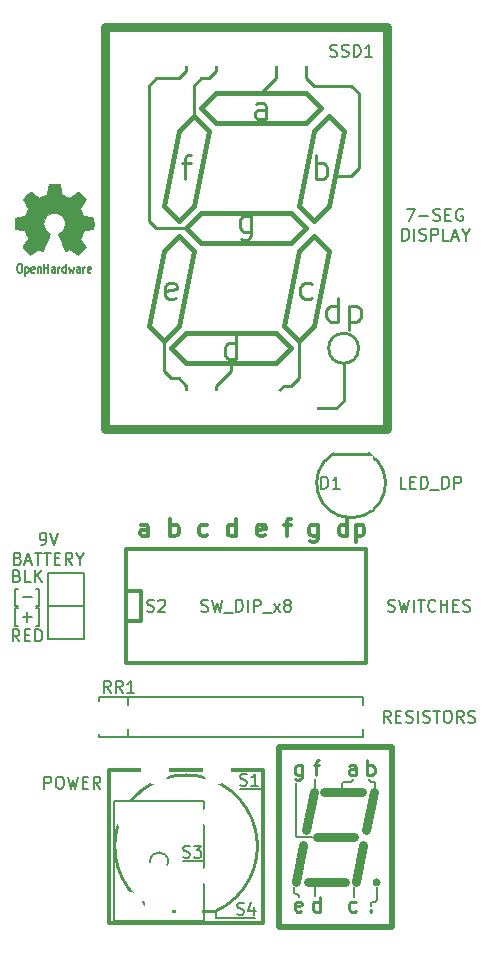
<source format=gto>
G04 #@! TF.FileFunction,Legend,Top*
%FSLAX46Y46*%
G04 Gerber Fmt 4.6, Leading zero omitted, Abs format (unit mm)*
G04 Created by KiCad (PCBNEW 4.0.7-e2-6376~58~ubuntu16.04.1) date Tue Sep 19 17:02:44 2017*
%MOMM*%
%LPD*%
G01*
G04 APERTURE LIST*
%ADD10C,0.050800*%
%ADD11C,0.200000*%
%ADD12C,0.152400*%
%ADD13C,0.300000*%
%ADD14C,0.508000*%
%ADD15C,0.254000*%
%ADD16C,0.762000*%
%ADD17C,0.381000*%
%ADD18C,0.150000*%
%ADD19C,0.002540*%
%ADD20C,0.127000*%
%ADD21C,2.400000*%
%ADD22O,1.924000X2.940000*%
%ADD23C,7.400000*%
%ADD24R,1.797000X1.797000*%
%ADD25C,1.797000*%
%ADD26R,2.432000X2.432000*%
%ADD27O,2.432000X2.432000*%
%ADD28R,2.200000X2.200000*%
%ADD29C,2.200000*%
%ADD30C,2.076400*%
%ADD31R,1.700000X1.900000*%
%ADD32R,0.800000X1.900000*%
G04 APERTURE END LIST*
D10*
D11*
X99060000Y-153670000D02*
X99060000Y-153162000D01*
X98044000Y-148844000D02*
X96266000Y-148844000D01*
X102362000Y-153670000D02*
X99060000Y-153670000D01*
X102870000Y-142748000D02*
X101092000Y-142748000D01*
D12*
X84207048Y-122049419D02*
X84400572Y-122049419D01*
X84497333Y-122001038D01*
X84545714Y-121952657D01*
X84642476Y-121807514D01*
X84690857Y-121613990D01*
X84690857Y-121226943D01*
X84642476Y-121130181D01*
X84594095Y-121081800D01*
X84497333Y-121033419D01*
X84303810Y-121033419D01*
X84207048Y-121081800D01*
X84158667Y-121130181D01*
X84110286Y-121226943D01*
X84110286Y-121468848D01*
X84158667Y-121565610D01*
X84207048Y-121613990D01*
X84303810Y-121662371D01*
X84497333Y-121662371D01*
X84594095Y-121613990D01*
X84642476Y-121565610D01*
X84690857Y-121468848D01*
X84981143Y-121033419D02*
X85319810Y-122049419D01*
X85658476Y-121033419D01*
X82296000Y-123193629D02*
X82441143Y-123242010D01*
X82489524Y-123290390D01*
X82537905Y-123387152D01*
X82537905Y-123532295D01*
X82489524Y-123629057D01*
X82441143Y-123677438D01*
X82344381Y-123725819D01*
X81957334Y-123725819D01*
X81957334Y-122709819D01*
X82296000Y-122709819D01*
X82392762Y-122758200D01*
X82441143Y-122806581D01*
X82489524Y-122903343D01*
X82489524Y-123000105D01*
X82441143Y-123096867D01*
X82392762Y-123145248D01*
X82296000Y-123193629D01*
X81957334Y-123193629D01*
X82924953Y-123435533D02*
X83408762Y-123435533D01*
X82828191Y-123725819D02*
X83166858Y-122709819D01*
X83505524Y-123725819D01*
X83699048Y-122709819D02*
X84279619Y-122709819D01*
X83989334Y-123725819D02*
X83989334Y-122709819D01*
X84473143Y-122709819D02*
X85053714Y-122709819D01*
X84763429Y-123725819D02*
X84763429Y-122709819D01*
X85392381Y-123193629D02*
X85731047Y-123193629D01*
X85876190Y-123725819D02*
X85392381Y-123725819D01*
X85392381Y-122709819D01*
X85876190Y-122709819D01*
X86892190Y-123725819D02*
X86553524Y-123242010D01*
X86311619Y-123725819D02*
X86311619Y-122709819D01*
X86698666Y-122709819D01*
X86795428Y-122758200D01*
X86843809Y-122806581D01*
X86892190Y-122903343D01*
X86892190Y-123048486D01*
X86843809Y-123145248D01*
X86795428Y-123193629D01*
X86698666Y-123242010D01*
X86311619Y-123242010D01*
X87521143Y-123242010D02*
X87521143Y-123725819D01*
X87182476Y-122709819D02*
X87521143Y-123242010D01*
X87859809Y-122709819D01*
X115182953Y-93601419D02*
X115860286Y-93601419D01*
X115424858Y-94617419D01*
X116247334Y-94230371D02*
X117021429Y-94230371D01*
X117456858Y-94569038D02*
X117602001Y-94617419D01*
X117843905Y-94617419D01*
X117940667Y-94569038D01*
X117989048Y-94520657D01*
X118037429Y-94423895D01*
X118037429Y-94327133D01*
X117989048Y-94230371D01*
X117940667Y-94181990D01*
X117843905Y-94133610D01*
X117650382Y-94085229D01*
X117553620Y-94036848D01*
X117505239Y-93988467D01*
X117456858Y-93891705D01*
X117456858Y-93794943D01*
X117505239Y-93698181D01*
X117553620Y-93649800D01*
X117650382Y-93601419D01*
X117892286Y-93601419D01*
X118037429Y-93649800D01*
X118472858Y-94085229D02*
X118811524Y-94085229D01*
X118956667Y-94617419D02*
X118472858Y-94617419D01*
X118472858Y-93601419D01*
X118956667Y-93601419D01*
X119924286Y-93649800D02*
X119827524Y-93601419D01*
X119682381Y-93601419D01*
X119537239Y-93649800D01*
X119440477Y-93746562D01*
X119392096Y-93843324D01*
X119343715Y-94036848D01*
X119343715Y-94181990D01*
X119392096Y-94375514D01*
X119440477Y-94472276D01*
X119537239Y-94569038D01*
X119682381Y-94617419D01*
X119779143Y-94617419D01*
X119924286Y-94569038D01*
X119972667Y-94520657D01*
X119972667Y-94181990D01*
X119779143Y-94181990D01*
X114820096Y-96293819D02*
X114820096Y-95277819D01*
X115062001Y-95277819D01*
X115207143Y-95326200D01*
X115303905Y-95422962D01*
X115352286Y-95519724D01*
X115400667Y-95713248D01*
X115400667Y-95858390D01*
X115352286Y-96051914D01*
X115303905Y-96148676D01*
X115207143Y-96245438D01*
X115062001Y-96293819D01*
X114820096Y-96293819D01*
X115836096Y-96293819D02*
X115836096Y-95277819D01*
X116271525Y-96245438D02*
X116416668Y-96293819D01*
X116658572Y-96293819D01*
X116755334Y-96245438D01*
X116803715Y-96197057D01*
X116852096Y-96100295D01*
X116852096Y-96003533D01*
X116803715Y-95906771D01*
X116755334Y-95858390D01*
X116658572Y-95810010D01*
X116465049Y-95761629D01*
X116368287Y-95713248D01*
X116319906Y-95664867D01*
X116271525Y-95568105D01*
X116271525Y-95471343D01*
X116319906Y-95374581D01*
X116368287Y-95326200D01*
X116465049Y-95277819D01*
X116706953Y-95277819D01*
X116852096Y-95326200D01*
X117287525Y-96293819D02*
X117287525Y-95277819D01*
X117674572Y-95277819D01*
X117771334Y-95326200D01*
X117819715Y-95374581D01*
X117868096Y-95471343D01*
X117868096Y-95616486D01*
X117819715Y-95713248D01*
X117771334Y-95761629D01*
X117674572Y-95810010D01*
X117287525Y-95810010D01*
X118787334Y-96293819D02*
X118303525Y-96293819D01*
X118303525Y-95277819D01*
X119077620Y-96003533D02*
X119561429Y-96003533D01*
X118980858Y-96293819D02*
X119319525Y-95277819D01*
X119658191Y-96293819D01*
X120190382Y-95810010D02*
X120190382Y-96293819D01*
X119851715Y-95277819D02*
X120190382Y-95810010D01*
X120529048Y-95277819D01*
X113610572Y-127665238D02*
X113755715Y-127713619D01*
X113997619Y-127713619D01*
X114094381Y-127665238D01*
X114142762Y-127616857D01*
X114191143Y-127520095D01*
X114191143Y-127423333D01*
X114142762Y-127326571D01*
X114094381Y-127278190D01*
X113997619Y-127229810D01*
X113804096Y-127181429D01*
X113707334Y-127133048D01*
X113658953Y-127084667D01*
X113610572Y-126987905D01*
X113610572Y-126891143D01*
X113658953Y-126794381D01*
X113707334Y-126746000D01*
X113804096Y-126697619D01*
X114046000Y-126697619D01*
X114191143Y-126746000D01*
X114529810Y-126697619D02*
X114771715Y-127713619D01*
X114965238Y-126987905D01*
X115158762Y-127713619D01*
X115400667Y-126697619D01*
X115787715Y-127713619D02*
X115787715Y-126697619D01*
X116126382Y-126697619D02*
X116706953Y-126697619D01*
X116416668Y-127713619D02*
X116416668Y-126697619D01*
X117626191Y-127616857D02*
X117577810Y-127665238D01*
X117432667Y-127713619D01*
X117335905Y-127713619D01*
X117190763Y-127665238D01*
X117094001Y-127568476D01*
X117045620Y-127471714D01*
X116997239Y-127278190D01*
X116997239Y-127133048D01*
X117045620Y-126939524D01*
X117094001Y-126842762D01*
X117190763Y-126746000D01*
X117335905Y-126697619D01*
X117432667Y-126697619D01*
X117577810Y-126746000D01*
X117626191Y-126794381D01*
X118061620Y-127713619D02*
X118061620Y-126697619D01*
X118061620Y-127181429D02*
X118642191Y-127181429D01*
X118642191Y-127713619D02*
X118642191Y-126697619D01*
X119126001Y-127181429D02*
X119464667Y-127181429D01*
X119609810Y-127713619D02*
X119126001Y-127713619D01*
X119126001Y-126697619D01*
X119609810Y-126697619D01*
X119996858Y-127665238D02*
X120142001Y-127713619D01*
X120383905Y-127713619D01*
X120480667Y-127665238D01*
X120529048Y-127616857D01*
X120577429Y-127520095D01*
X120577429Y-127423333D01*
X120529048Y-127326571D01*
X120480667Y-127278190D01*
X120383905Y-127229810D01*
X120190382Y-127181429D01*
X120093620Y-127133048D01*
X120045239Y-127084667D01*
X119996858Y-126987905D01*
X119996858Y-126891143D01*
X120045239Y-126794381D01*
X120093620Y-126746000D01*
X120190382Y-126697619D01*
X120432286Y-126697619D01*
X120577429Y-126746000D01*
X113828286Y-137111619D02*
X113489620Y-136627810D01*
X113247715Y-137111619D02*
X113247715Y-136095619D01*
X113634762Y-136095619D01*
X113731524Y-136144000D01*
X113779905Y-136192381D01*
X113828286Y-136289143D01*
X113828286Y-136434286D01*
X113779905Y-136531048D01*
X113731524Y-136579429D01*
X113634762Y-136627810D01*
X113247715Y-136627810D01*
X114263715Y-136579429D02*
X114602381Y-136579429D01*
X114747524Y-137111619D02*
X114263715Y-137111619D01*
X114263715Y-136095619D01*
X114747524Y-136095619D01*
X115134572Y-137063238D02*
X115279715Y-137111619D01*
X115521619Y-137111619D01*
X115618381Y-137063238D01*
X115666762Y-137014857D01*
X115715143Y-136918095D01*
X115715143Y-136821333D01*
X115666762Y-136724571D01*
X115618381Y-136676190D01*
X115521619Y-136627810D01*
X115328096Y-136579429D01*
X115231334Y-136531048D01*
X115182953Y-136482667D01*
X115134572Y-136385905D01*
X115134572Y-136289143D01*
X115182953Y-136192381D01*
X115231334Y-136144000D01*
X115328096Y-136095619D01*
X115570000Y-136095619D01*
X115715143Y-136144000D01*
X116150572Y-137111619D02*
X116150572Y-136095619D01*
X116586001Y-137063238D02*
X116731144Y-137111619D01*
X116973048Y-137111619D01*
X117069810Y-137063238D01*
X117118191Y-137014857D01*
X117166572Y-136918095D01*
X117166572Y-136821333D01*
X117118191Y-136724571D01*
X117069810Y-136676190D01*
X116973048Y-136627810D01*
X116779525Y-136579429D01*
X116682763Y-136531048D01*
X116634382Y-136482667D01*
X116586001Y-136385905D01*
X116586001Y-136289143D01*
X116634382Y-136192381D01*
X116682763Y-136144000D01*
X116779525Y-136095619D01*
X117021429Y-136095619D01*
X117166572Y-136144000D01*
X117456858Y-136095619D02*
X118037429Y-136095619D01*
X117747144Y-137111619D02*
X117747144Y-136095619D01*
X118569620Y-136095619D02*
X118763143Y-136095619D01*
X118859905Y-136144000D01*
X118956667Y-136240762D01*
X119005048Y-136434286D01*
X119005048Y-136772952D01*
X118956667Y-136966476D01*
X118859905Y-137063238D01*
X118763143Y-137111619D01*
X118569620Y-137111619D01*
X118472858Y-137063238D01*
X118376096Y-136966476D01*
X118327715Y-136772952D01*
X118327715Y-136434286D01*
X118376096Y-136240762D01*
X118472858Y-136144000D01*
X118569620Y-136095619D01*
X120021048Y-137111619D02*
X119682382Y-136627810D01*
X119440477Y-137111619D02*
X119440477Y-136095619D01*
X119827524Y-136095619D01*
X119924286Y-136144000D01*
X119972667Y-136192381D01*
X120021048Y-136289143D01*
X120021048Y-136434286D01*
X119972667Y-136531048D01*
X119924286Y-136579429D01*
X119827524Y-136627810D01*
X119440477Y-136627810D01*
X120408096Y-137063238D02*
X120553239Y-137111619D01*
X120795143Y-137111619D01*
X120891905Y-137063238D01*
X120940286Y-137014857D01*
X120988667Y-136918095D01*
X120988667Y-136821333D01*
X120940286Y-136724571D01*
X120891905Y-136676190D01*
X120795143Y-136627810D01*
X120601620Y-136579429D01*
X120504858Y-136531048D01*
X120456477Y-136482667D01*
X120408096Y-136385905D01*
X120408096Y-136289143D01*
X120456477Y-136192381D01*
X120504858Y-136144000D01*
X120601620Y-136095619D01*
X120843524Y-136095619D01*
X120988667Y-136144000D01*
D13*
X93322286Y-121328571D02*
X93322286Y-120542857D01*
X93250857Y-120400000D01*
X93108000Y-120328571D01*
X92822286Y-120328571D01*
X92679429Y-120400000D01*
X93322286Y-121257143D02*
X93179429Y-121328571D01*
X92822286Y-121328571D01*
X92679429Y-121257143D01*
X92608000Y-121114286D01*
X92608000Y-120971429D01*
X92679429Y-120828571D01*
X92822286Y-120757143D01*
X93179429Y-120757143D01*
X93322286Y-120685714D01*
X95179429Y-121328571D02*
X95179429Y-119828571D01*
X95179429Y-120400000D02*
X95322286Y-120328571D01*
X95608000Y-120328571D01*
X95750857Y-120400000D01*
X95822286Y-120471429D01*
X95893715Y-120614286D01*
X95893715Y-121042857D01*
X95822286Y-121185714D01*
X95750857Y-121257143D01*
X95608000Y-121328571D01*
X95322286Y-121328571D01*
X95179429Y-121257143D01*
X98322286Y-121257143D02*
X98179429Y-121328571D01*
X97893715Y-121328571D01*
X97750857Y-121257143D01*
X97679429Y-121185714D01*
X97608000Y-121042857D01*
X97608000Y-120614286D01*
X97679429Y-120471429D01*
X97750857Y-120400000D01*
X97893715Y-120328571D01*
X98179429Y-120328571D01*
X98322286Y-120400000D01*
X100750857Y-121328571D02*
X100750857Y-119828571D01*
X100750857Y-121257143D02*
X100608000Y-121328571D01*
X100322286Y-121328571D01*
X100179428Y-121257143D01*
X100108000Y-121185714D01*
X100036571Y-121042857D01*
X100036571Y-120614286D01*
X100108000Y-120471429D01*
X100179428Y-120400000D01*
X100322286Y-120328571D01*
X100608000Y-120328571D01*
X100750857Y-120400000D01*
X103179428Y-121257143D02*
X103036571Y-121328571D01*
X102750857Y-121328571D01*
X102608000Y-121257143D01*
X102536571Y-121114286D01*
X102536571Y-120542857D01*
X102608000Y-120400000D01*
X102750857Y-120328571D01*
X103036571Y-120328571D01*
X103179428Y-120400000D01*
X103250857Y-120542857D01*
X103250857Y-120685714D01*
X102536571Y-120828571D01*
X104822285Y-120328571D02*
X105393714Y-120328571D01*
X105036571Y-121328571D02*
X105036571Y-120042857D01*
X105107999Y-119900000D01*
X105250857Y-119828571D01*
X105393714Y-119828571D01*
X107679428Y-120328571D02*
X107679428Y-121542857D01*
X107607999Y-121685714D01*
X107536571Y-121757143D01*
X107393714Y-121828571D01*
X107179428Y-121828571D01*
X107036571Y-121757143D01*
X107679428Y-121257143D02*
X107536571Y-121328571D01*
X107250857Y-121328571D01*
X107107999Y-121257143D01*
X107036571Y-121185714D01*
X106965142Y-121042857D01*
X106965142Y-120614286D01*
X107036571Y-120471429D01*
X107107999Y-120400000D01*
X107250857Y-120328571D01*
X107536571Y-120328571D01*
X107679428Y-120400000D01*
X110179428Y-121328571D02*
X110179428Y-119828571D01*
X110179428Y-121257143D02*
X110036571Y-121328571D01*
X109750857Y-121328571D01*
X109607999Y-121257143D01*
X109536571Y-121185714D01*
X109465142Y-121042857D01*
X109465142Y-120614286D01*
X109536571Y-120471429D01*
X109607999Y-120400000D01*
X109750857Y-120328571D01*
X110036571Y-120328571D01*
X110179428Y-120400000D01*
X110893714Y-120328571D02*
X110893714Y-121828571D01*
X110893714Y-120400000D02*
X111036571Y-120328571D01*
X111322285Y-120328571D01*
X111465142Y-120400000D01*
X111536571Y-120471429D01*
X111608000Y-120614286D01*
X111608000Y-121042857D01*
X111536571Y-121185714D01*
X111465142Y-121257143D01*
X111322285Y-121328571D01*
X111036571Y-121328571D01*
X110893714Y-121257143D01*
D11*
X112649000Y-152146000D02*
X112649000Y-151003000D01*
X112522000Y-152273000D02*
X112649000Y-152146000D01*
X112268000Y-152273000D02*
X112522000Y-152273000D01*
X112141000Y-152400000D02*
X112268000Y-152273000D01*
X112141000Y-152654000D02*
X112141000Y-152400000D01*
X112903000Y-150622000D02*
G75*
G03X112903000Y-150622000I-254000J0D01*
G01*
D14*
X104394000Y-154432000D02*
X104394000Y-139192000D01*
X113919000Y-154432000D02*
X104394000Y-154432000D01*
X113919000Y-139192000D02*
X113919000Y-154432000D01*
X104394000Y-139192000D02*
X113919000Y-139192000D01*
D11*
X107442000Y-141859000D02*
X107442000Y-142621000D01*
X105791000Y-146304000D02*
X105791000Y-142240000D01*
X105791000Y-146685000D02*
X105791000Y-146304000D01*
X105918000Y-146812000D02*
X105791000Y-146685000D01*
X107188000Y-146812000D02*
X105918000Y-146812000D01*
X105664000Y-151511000D02*
X105664000Y-151003000D01*
X105791000Y-151638000D02*
X105664000Y-151511000D01*
X105918000Y-151638000D02*
X105791000Y-151638000D01*
X106045000Y-151765000D02*
X105918000Y-151638000D01*
X106045000Y-151892000D02*
X106045000Y-151765000D01*
X107442000Y-151765000D02*
X107442000Y-151003000D01*
X110744000Y-151892000D02*
X110744000Y-151003000D01*
X112776000Y-150622000D02*
G75*
G03X112776000Y-150622000I-127000J0D01*
G01*
X112522000Y-142240000D02*
X112522000Y-142621000D01*
X112395000Y-142113000D02*
X112522000Y-142240000D01*
X112268000Y-142113000D02*
X112395000Y-142113000D01*
X112141000Y-142113000D02*
X112268000Y-142113000D01*
X112014000Y-141986000D02*
X112141000Y-142113000D01*
X112014000Y-141859000D02*
X112014000Y-141986000D01*
X109728000Y-142240000D02*
X109728000Y-142621000D01*
X109855000Y-142113000D02*
X109728000Y-142240000D01*
X110490000Y-142113000D02*
X109855000Y-142113000D01*
X110617000Y-141986000D02*
X110490000Y-142113000D01*
X110617000Y-141859000D02*
X110617000Y-141986000D01*
D15*
X112141000Y-152980571D02*
X112201476Y-153041048D01*
X112141000Y-153101524D01*
X112080524Y-153041048D01*
X112141000Y-152980571D01*
X112141000Y-153101524D01*
X106286905Y-153041048D02*
X106165953Y-153101524D01*
X105924048Y-153101524D01*
X105803096Y-153041048D01*
X105742620Y-152920095D01*
X105742620Y-152436286D01*
X105803096Y-152315333D01*
X105924048Y-152254857D01*
X106165953Y-152254857D01*
X106286905Y-152315333D01*
X106347382Y-152436286D01*
X106347382Y-152557238D01*
X105742620Y-152678190D01*
X110919382Y-153041048D02*
X110798429Y-153101524D01*
X110556525Y-153101524D01*
X110435572Y-153041048D01*
X110375096Y-152980571D01*
X110314620Y-152859619D01*
X110314620Y-152496762D01*
X110375096Y-152375810D01*
X110435572Y-152315333D01*
X110556525Y-152254857D01*
X110798429Y-152254857D01*
X110919382Y-152315333D01*
X107841143Y-153101524D02*
X107841143Y-151831524D01*
X107841143Y-153041048D02*
X107720190Y-153101524D01*
X107478286Y-153101524D01*
X107357333Y-153041048D01*
X107296857Y-152980571D01*
X107236381Y-152859619D01*
X107236381Y-152496762D01*
X107296857Y-152375810D01*
X107357333Y-152315333D01*
X107478286Y-152254857D01*
X107720190Y-152254857D01*
X107841143Y-152315333D01*
X106317143Y-140697857D02*
X106317143Y-141725952D01*
X106256666Y-141846905D01*
X106196190Y-141907381D01*
X106075238Y-141967857D01*
X105893809Y-141967857D01*
X105772857Y-141907381D01*
X106317143Y-141484048D02*
X106196190Y-141544524D01*
X105954286Y-141544524D01*
X105833333Y-141484048D01*
X105772857Y-141423571D01*
X105712381Y-141302619D01*
X105712381Y-140939762D01*
X105772857Y-140818810D01*
X105833333Y-140758333D01*
X105954286Y-140697857D01*
X106196190Y-140697857D01*
X106317143Y-140758333D01*
X107327095Y-140697857D02*
X107810905Y-140697857D01*
X107508524Y-141544524D02*
X107508524Y-140455952D01*
X107569000Y-140335000D01*
X107689953Y-140274524D01*
X107810905Y-140274524D01*
X111868857Y-141544524D02*
X111868857Y-140274524D01*
X111868857Y-140758333D02*
X111989809Y-140697857D01*
X112231714Y-140697857D01*
X112352666Y-140758333D01*
X112413143Y-140818810D01*
X112473619Y-140939762D01*
X112473619Y-141302619D01*
X112413143Y-141423571D01*
X112352666Y-141484048D01*
X112231714Y-141544524D01*
X111989809Y-141544524D01*
X111868857Y-141484048D01*
X110889143Y-141544524D02*
X110889143Y-140879286D01*
X110828666Y-140758333D01*
X110707714Y-140697857D01*
X110465809Y-140697857D01*
X110344857Y-140758333D01*
X110889143Y-141484048D02*
X110768190Y-141544524D01*
X110465809Y-141544524D01*
X110344857Y-141484048D01*
X110284381Y-141363095D01*
X110284381Y-141242143D01*
X110344857Y-141121190D01*
X110465809Y-141060714D01*
X110768190Y-141060714D01*
X110889143Y-141000238D01*
D16*
X106680000Y-146177000D02*
X107315000Y-143002000D01*
X105791000Y-150622000D02*
X106426000Y-147447000D01*
X111506000Y-147447000D02*
X110871000Y-150622000D01*
X111760000Y-146177000D02*
X112395000Y-143002000D01*
X109982000Y-150622000D02*
X106807000Y-150622000D01*
X107569000Y-146812000D02*
X110744000Y-146812000D01*
X111379000Y-143002000D02*
X108204000Y-143002000D01*
D12*
X82211333Y-124666829D02*
X82356476Y-124715210D01*
X82404857Y-124763590D01*
X82453238Y-124860352D01*
X82453238Y-125005495D01*
X82404857Y-125102257D01*
X82356476Y-125150638D01*
X82259714Y-125199019D01*
X81872667Y-125199019D01*
X81872667Y-124183019D01*
X82211333Y-124183019D01*
X82308095Y-124231400D01*
X82356476Y-124279781D01*
X82404857Y-124376543D01*
X82404857Y-124473305D01*
X82356476Y-124570067D01*
X82308095Y-124618448D01*
X82211333Y-124666829D01*
X81872667Y-124666829D01*
X83372476Y-125199019D02*
X82888667Y-125199019D01*
X82888667Y-124183019D01*
X83711143Y-125199019D02*
X83711143Y-124183019D01*
X84291714Y-125199019D02*
X83856286Y-124618448D01*
X84291714Y-124183019D02*
X83711143Y-124763590D01*
X82283905Y-127214086D02*
X82042001Y-127214086D01*
X82042001Y-125762657D01*
X82283905Y-125762657D01*
X82670953Y-126488371D02*
X83445048Y-126488371D01*
X83832096Y-127214086D02*
X84074001Y-127214086D01*
X84074001Y-125762657D01*
X83832096Y-125762657D01*
X82283905Y-128890486D02*
X82042001Y-128890486D01*
X82042001Y-127439057D01*
X82283905Y-127439057D01*
X82670953Y-128164771D02*
X83445048Y-128164771D01*
X83058000Y-128551819D02*
X83058000Y-127777724D01*
X83832096Y-128890486D02*
X84074001Y-128890486D01*
X84074001Y-127439057D01*
X83832096Y-127439057D01*
X82404857Y-130228219D02*
X82066191Y-129744410D01*
X81824286Y-130228219D02*
X81824286Y-129212219D01*
X82211333Y-129212219D01*
X82308095Y-129260600D01*
X82356476Y-129308981D01*
X82404857Y-129405743D01*
X82404857Y-129550886D01*
X82356476Y-129647648D01*
X82308095Y-129696029D01*
X82211333Y-129744410D01*
X81824286Y-129744410D01*
X82840286Y-129696029D02*
X83178952Y-129696029D01*
X83324095Y-130228219D02*
X82840286Y-130228219D01*
X82840286Y-129212219D01*
X83324095Y-129212219D01*
X83759524Y-130228219D02*
X83759524Y-129212219D01*
X84001429Y-129212219D01*
X84146571Y-129260600D01*
X84243333Y-129357362D01*
X84291714Y-129454124D01*
X84340095Y-129647648D01*
X84340095Y-129792790D01*
X84291714Y-129986314D01*
X84243333Y-130083076D01*
X84146571Y-130179838D01*
X84001429Y-130228219D01*
X83759524Y-130228219D01*
D13*
X103020000Y-154074000D02*
X90020000Y-154074000D01*
X103020000Y-141074000D02*
X103020000Y-154074000D01*
X90020000Y-141074000D02*
X103020000Y-141074000D01*
X90020000Y-154074000D02*
X90020000Y-141074000D01*
D15*
X93980000Y-95250000D02*
X96520000Y-95250000D01*
X93345000Y-94615000D02*
X93980000Y-95250000D01*
X93345000Y-83185000D02*
X93345000Y-94615000D01*
X93980000Y-82550000D02*
X93345000Y-83185000D01*
X95885000Y-82550000D02*
X93980000Y-82550000D01*
X96520000Y-81915000D02*
X95885000Y-82550000D01*
X96520000Y-81280000D02*
X96520000Y-81915000D01*
X99060000Y-81915000D02*
X99060000Y-81280000D01*
X98425000Y-82550000D02*
X99060000Y-81915000D01*
X97790000Y-82550000D02*
X98425000Y-82550000D01*
X97155000Y-83185000D02*
X97790000Y-82550000D01*
X97155000Y-85725000D02*
X97155000Y-83185000D01*
X96520000Y-108585000D02*
X96520000Y-109220000D01*
X95885000Y-107950000D02*
X96520000Y-108585000D01*
X95250000Y-107950000D02*
X95885000Y-107950000D01*
X94615000Y-107315000D02*
X95250000Y-107950000D01*
X94615000Y-106045000D02*
X94615000Y-107315000D01*
X94615000Y-104775000D02*
X94615000Y-106045000D01*
X99060000Y-108585000D02*
X99060000Y-109220000D01*
X100330000Y-107315000D02*
X99060000Y-108585000D01*
X100330000Y-106680000D02*
X100330000Y-107315000D01*
X104775000Y-108585000D02*
X104140000Y-109220000D01*
X105410000Y-108585000D02*
X104775000Y-108585000D01*
X106045000Y-107950000D02*
X105410000Y-108585000D01*
X106045000Y-104775000D02*
X106045000Y-107950000D01*
X109220000Y-110490000D02*
X107315000Y-110490000D01*
X109855000Y-109855000D02*
X109220000Y-110490000D01*
X109855000Y-106680000D02*
X109855000Y-109855000D01*
X110490000Y-90805000D02*
X109220000Y-90805000D01*
X111125000Y-90170000D02*
X110490000Y-90805000D01*
X111125000Y-83820000D02*
X111125000Y-90170000D01*
X110490000Y-83185000D02*
X111125000Y-83820000D01*
X107315000Y-83185000D02*
X110490000Y-83185000D01*
X106680000Y-82550000D02*
X107315000Y-83185000D01*
X106680000Y-80010000D02*
X106680000Y-82550000D01*
X104140000Y-82550000D02*
X102870000Y-83820000D01*
X104140000Y-80010000D02*
X104140000Y-82550000D01*
X111125000Y-105410000D02*
G75*
G03X111125000Y-105410000I-1270000J0D01*
G01*
D17*
X94615000Y-97155000D02*
X95885000Y-95885000D01*
X93345000Y-103505000D02*
X94615000Y-97155000D01*
X94615000Y-104775000D02*
X93345000Y-103505000D01*
X95885000Y-103505000D02*
X94615000Y-104775000D01*
X97155000Y-97155000D02*
X95885000Y-103505000D01*
X95885000Y-95885000D02*
X97155000Y-97155000D01*
X94615000Y-93345000D02*
X95885000Y-94615000D01*
X95885000Y-86995000D02*
X94615000Y-93345000D01*
X97155000Y-85725000D02*
X95885000Y-86995000D01*
X98425000Y-86995000D02*
X97155000Y-85725000D01*
X97155000Y-93345000D02*
X98425000Y-86995000D01*
X95885000Y-94615000D02*
X97155000Y-93345000D01*
X108585000Y-97155000D02*
X107315000Y-95885000D01*
X107315000Y-103505000D02*
X108585000Y-97155000D01*
X106045000Y-104775000D02*
X107315000Y-103505000D01*
X104775000Y-103505000D02*
X106045000Y-104775000D01*
X106045000Y-97155000D02*
X104775000Y-103505000D01*
X107315000Y-95885000D02*
X106045000Y-97155000D01*
X108585000Y-93345000D02*
X107315000Y-94615000D01*
X109855000Y-86995000D02*
X108585000Y-93345000D01*
X108585000Y-85725000D02*
X109855000Y-86995000D01*
X107315000Y-86995000D02*
X108585000Y-85725000D01*
X106045000Y-93345000D02*
X107315000Y-86995000D01*
X107315000Y-94615000D02*
X106045000Y-93345000D01*
X97790000Y-96520000D02*
X96520000Y-95250000D01*
X105410000Y-96520000D02*
X97790000Y-96520000D01*
X106680000Y-95250000D02*
X105410000Y-96520000D01*
X105410000Y-93980000D02*
X106680000Y-95250000D01*
X97790000Y-93980000D02*
X105410000Y-93980000D01*
X96520000Y-95250000D02*
X97790000Y-93980000D01*
D16*
X89662000Y-112268000D02*
X89662000Y-78232000D01*
X113538000Y-112268000D02*
X89662000Y-112268000D01*
X113538000Y-78232000D02*
X113538000Y-112268000D01*
X89662000Y-78232000D02*
X113538000Y-78232000D01*
D17*
X97790000Y-85090000D02*
X99060000Y-83820000D01*
X99060000Y-83820000D02*
X106680000Y-83820000D01*
X106680000Y-83820000D02*
X107950000Y-85090000D01*
X99060000Y-86360000D02*
X97790000Y-85090000D01*
X107950000Y-85090000D02*
X106680000Y-86360000D01*
X106680000Y-86360000D02*
X99060000Y-86360000D01*
X104140000Y-106680000D02*
X96520000Y-106680000D01*
X96520000Y-104140000D02*
X104140000Y-104140000D01*
X104140000Y-104140000D02*
X105410000Y-105410000D01*
X105410000Y-105410000D02*
X104140000Y-106680000D01*
X95250000Y-105410000D02*
X96520000Y-104140000D01*
X96520000Y-106680000D02*
X95250000Y-105410000D01*
D13*
X92710000Y-128524000D02*
X91440000Y-128524000D01*
X92710000Y-125984000D02*
X92710000Y-128524000D01*
X91440000Y-125984000D02*
X92710000Y-125984000D01*
X91440000Y-132080000D02*
X91440000Y-122428000D01*
X111760000Y-132080000D02*
X91440000Y-132080000D01*
X111760000Y-122428000D02*
X111760000Y-132080000D01*
X91440000Y-122428000D02*
X111760000Y-122428000D01*
D18*
X84836000Y-127254000D02*
X87884000Y-127254000D01*
X84836000Y-130048000D02*
X87884000Y-130048000D01*
X87884000Y-130048000D02*
X87884000Y-127254000D01*
X87884000Y-127254000D02*
X87884000Y-124460000D01*
X87884000Y-124460000D02*
X84836000Y-124460000D01*
X84836000Y-124460000D02*
X84836000Y-130048000D01*
X91630000Y-138352000D02*
X91630000Y-137652000D01*
X91630000Y-134952000D02*
X91630000Y-135652000D01*
X100330000Y-138352000D02*
X89130000Y-138352000D01*
X89130000Y-138352000D02*
X89130000Y-138052000D01*
X111530000Y-135452000D02*
X111530000Y-135652000D01*
X100330000Y-138352000D02*
X111530000Y-138352000D01*
X111530000Y-138352000D02*
X111530000Y-137652000D01*
X100430000Y-134952000D02*
X89130000Y-134952000D01*
X89130000Y-134952000D02*
X89130000Y-135252000D01*
X100330000Y-134952000D02*
X111530000Y-134952000D01*
X111530000Y-134952000D02*
X111530000Y-135552000D01*
D19*
G36*
X83319620Y-97487740D02*
X83355180Y-97467420D01*
X83433920Y-97419160D01*
X83545680Y-97345500D01*
X83677760Y-97259140D01*
X83809840Y-97167700D01*
X83919060Y-97096580D01*
X83995260Y-97045780D01*
X84025740Y-97028000D01*
X84043520Y-97035620D01*
X84107020Y-97066100D01*
X84195920Y-97111820D01*
X84249260Y-97139760D01*
X84333080Y-97175320D01*
X84376260Y-97182940D01*
X84381340Y-97172780D01*
X84411820Y-97109280D01*
X84460080Y-97000060D01*
X84523580Y-96855280D01*
X84597240Y-96685100D01*
X84673440Y-96502220D01*
X84752180Y-96316800D01*
X84825840Y-96139000D01*
X84889340Y-95978980D01*
X84942680Y-95846900D01*
X84978240Y-95758000D01*
X84990940Y-95719900D01*
X84985860Y-95709740D01*
X84945220Y-95669100D01*
X84871560Y-95615760D01*
X84714080Y-95486220D01*
X84556600Y-95293180D01*
X84462620Y-95072200D01*
X84429600Y-94825820D01*
X84457540Y-94597220D01*
X84546440Y-94378780D01*
X84698840Y-94183200D01*
X84884260Y-94035880D01*
X85100160Y-93944440D01*
X85344000Y-93913960D01*
X85575140Y-93939360D01*
X85798660Y-94028260D01*
X85996780Y-94178120D01*
X86080600Y-94274640D01*
X86194900Y-94472760D01*
X86258400Y-94686120D01*
X86266020Y-94742000D01*
X86255860Y-94975680D01*
X86187280Y-95199200D01*
X86062820Y-95399860D01*
X85892640Y-95564960D01*
X85869780Y-95580200D01*
X85791040Y-95641160D01*
X85737700Y-95681800D01*
X85694520Y-95714820D01*
X85994240Y-96433640D01*
X86042500Y-96547940D01*
X86123780Y-96746060D01*
X86194900Y-96913700D01*
X86253320Y-97048320D01*
X86293960Y-97139760D01*
X86311740Y-97175320D01*
X86311740Y-97177860D01*
X86339680Y-97182940D01*
X86393020Y-97162620D01*
X86494620Y-97114360D01*
X86560660Y-97078800D01*
X86636860Y-97043240D01*
X86672420Y-97028000D01*
X86700360Y-97045780D01*
X86774020Y-97091500D01*
X86880700Y-97162620D01*
X87010240Y-97251520D01*
X87132160Y-97335340D01*
X87243920Y-97409000D01*
X87325200Y-97462340D01*
X87365840Y-97482660D01*
X87370920Y-97482660D01*
X87406480Y-97462340D01*
X87472520Y-97409000D01*
X87569040Y-97317560D01*
X87708740Y-97180400D01*
X87729060Y-97157540D01*
X87843360Y-97043240D01*
X87934800Y-96946720D01*
X87998300Y-96875600D01*
X88021160Y-96845120D01*
X88021160Y-96845120D01*
X88000840Y-96807020D01*
X87947500Y-96723200D01*
X87873840Y-96608900D01*
X87782400Y-96476820D01*
X87543640Y-96131380D01*
X87675720Y-95803720D01*
X87716360Y-95704660D01*
X87767160Y-95582740D01*
X87805260Y-95496380D01*
X87823040Y-95458280D01*
X87858600Y-95445580D01*
X87947500Y-95425260D01*
X88077040Y-95397320D01*
X88231980Y-95369380D01*
X88379300Y-95341440D01*
X88511380Y-95316040D01*
X88607900Y-95298260D01*
X88651080Y-95290640D01*
X88661240Y-95283020D01*
X88671400Y-95262700D01*
X88676480Y-95216980D01*
X88679020Y-95135700D01*
X88681560Y-95008700D01*
X88681560Y-94825820D01*
X88681560Y-94805500D01*
X88679020Y-94630240D01*
X88676480Y-94490540D01*
X88671400Y-94399100D01*
X88666320Y-94363540D01*
X88666320Y-94363540D01*
X88623140Y-94353380D01*
X88529160Y-94333060D01*
X88397080Y-94307660D01*
X88239600Y-94277180D01*
X88229440Y-94274640D01*
X88071960Y-94244160D01*
X87937340Y-94216220D01*
X87845900Y-94195900D01*
X87807800Y-94183200D01*
X87797640Y-94173040D01*
X87767160Y-94109540D01*
X87721440Y-94013020D01*
X87668100Y-93893640D01*
X87617300Y-93769180D01*
X87574120Y-93657420D01*
X87543640Y-93573600D01*
X87533480Y-93535500D01*
X87533480Y-93535500D01*
X87558880Y-93497400D01*
X87612220Y-93416120D01*
X87688420Y-93301820D01*
X87782400Y-93167200D01*
X87787480Y-93157040D01*
X87878920Y-93024960D01*
X87952580Y-92910660D01*
X88000840Y-92829380D01*
X88021160Y-92793820D01*
X88018620Y-92791280D01*
X87990680Y-92753180D01*
X87922100Y-92676980D01*
X87825580Y-92575380D01*
X87708740Y-92456000D01*
X87670640Y-92420440D01*
X87541100Y-92293440D01*
X87449660Y-92209620D01*
X87393780Y-92166440D01*
X87368380Y-92156280D01*
X87365840Y-92156280D01*
X87325200Y-92181680D01*
X87241380Y-92237560D01*
X87127080Y-92313760D01*
X86992460Y-92405200D01*
X86982300Y-92412820D01*
X86850220Y-92504260D01*
X86738460Y-92577920D01*
X86659720Y-92631260D01*
X86624160Y-92651580D01*
X86619080Y-92651580D01*
X86563200Y-92636340D01*
X86469220Y-92603320D01*
X86352380Y-92557600D01*
X86227920Y-92506800D01*
X86116160Y-92461080D01*
X86032340Y-92422980D01*
X85994240Y-92400120D01*
X85991700Y-92397580D01*
X85979000Y-92349320D01*
X85956140Y-92250260D01*
X85925660Y-92113100D01*
X85895180Y-91948000D01*
X85890100Y-91922600D01*
X85859620Y-91762580D01*
X85834220Y-91633040D01*
X85816440Y-91541600D01*
X85806280Y-91503500D01*
X85783420Y-91498420D01*
X85707220Y-91493340D01*
X85587840Y-91490800D01*
X85445600Y-91488260D01*
X85293200Y-91488260D01*
X85145880Y-91493340D01*
X85021420Y-91495880D01*
X84929980Y-91503500D01*
X84891880Y-91511120D01*
X84891880Y-91513660D01*
X84876640Y-91561920D01*
X84856320Y-91660980D01*
X84828380Y-91800680D01*
X84795360Y-91963240D01*
X84790280Y-91993720D01*
X84759800Y-92151200D01*
X84734400Y-92280740D01*
X84714080Y-92372180D01*
X84703920Y-92407740D01*
X84691220Y-92415360D01*
X84625180Y-92443300D01*
X84518500Y-92486480D01*
X84386420Y-92539820D01*
X84081620Y-92664280D01*
X83705700Y-92407740D01*
X83672680Y-92384880D01*
X83538060Y-92290900D01*
X83426300Y-92217240D01*
X83350100Y-92168980D01*
X83317080Y-92151200D01*
X83314540Y-92151200D01*
X83276440Y-92184220D01*
X83202780Y-92252800D01*
X83101180Y-92351860D01*
X82984340Y-92471240D01*
X82895440Y-92557600D01*
X82793840Y-92661740D01*
X82727800Y-92732860D01*
X82692240Y-92778580D01*
X82679540Y-92806520D01*
X82682080Y-92824300D01*
X82707480Y-92862400D01*
X82760820Y-92946220D01*
X82839560Y-93057980D01*
X82931000Y-93192600D01*
X83004660Y-93301820D01*
X83085940Y-93428820D01*
X83139280Y-93517720D01*
X83157060Y-93560900D01*
X83151980Y-93581220D01*
X83126580Y-93652340D01*
X83083400Y-93764100D01*
X83024980Y-93896180D01*
X82895440Y-94193360D01*
X82702400Y-94231460D01*
X82583020Y-94251780D01*
X82417920Y-94284800D01*
X82260440Y-94315280D01*
X82014060Y-94363540D01*
X82006440Y-95267780D01*
X82044540Y-95283020D01*
X82080100Y-95293180D01*
X82171540Y-95313500D01*
X82301080Y-95338900D01*
X82456020Y-95366840D01*
X82585560Y-95392240D01*
X82717640Y-95417640D01*
X82814160Y-95435420D01*
X82854800Y-95445580D01*
X82864960Y-95458280D01*
X82897980Y-95521780D01*
X82946240Y-95623380D01*
X82997040Y-95745300D01*
X83050380Y-95872300D01*
X83096100Y-95989140D01*
X83129120Y-96078040D01*
X83141820Y-96126300D01*
X83124040Y-96159320D01*
X83073240Y-96238060D01*
X83002120Y-96347280D01*
X82910680Y-96479360D01*
X82821780Y-96608900D01*
X82745580Y-96723200D01*
X82694780Y-96801940D01*
X82671920Y-96840040D01*
X82682080Y-96865440D01*
X82735420Y-96928940D01*
X82834480Y-97030540D01*
X82981800Y-97175320D01*
X83004660Y-97198180D01*
X83121500Y-97312480D01*
X83220560Y-97403920D01*
X83289140Y-97464880D01*
X83319620Y-97487740D01*
X83319620Y-97487740D01*
G37*
X83319620Y-97487740D02*
X83355180Y-97467420D01*
X83433920Y-97419160D01*
X83545680Y-97345500D01*
X83677760Y-97259140D01*
X83809840Y-97167700D01*
X83919060Y-97096580D01*
X83995260Y-97045780D01*
X84025740Y-97028000D01*
X84043520Y-97035620D01*
X84107020Y-97066100D01*
X84195920Y-97111820D01*
X84249260Y-97139760D01*
X84333080Y-97175320D01*
X84376260Y-97182940D01*
X84381340Y-97172780D01*
X84411820Y-97109280D01*
X84460080Y-97000060D01*
X84523580Y-96855280D01*
X84597240Y-96685100D01*
X84673440Y-96502220D01*
X84752180Y-96316800D01*
X84825840Y-96139000D01*
X84889340Y-95978980D01*
X84942680Y-95846900D01*
X84978240Y-95758000D01*
X84990940Y-95719900D01*
X84985860Y-95709740D01*
X84945220Y-95669100D01*
X84871560Y-95615760D01*
X84714080Y-95486220D01*
X84556600Y-95293180D01*
X84462620Y-95072200D01*
X84429600Y-94825820D01*
X84457540Y-94597220D01*
X84546440Y-94378780D01*
X84698840Y-94183200D01*
X84884260Y-94035880D01*
X85100160Y-93944440D01*
X85344000Y-93913960D01*
X85575140Y-93939360D01*
X85798660Y-94028260D01*
X85996780Y-94178120D01*
X86080600Y-94274640D01*
X86194900Y-94472760D01*
X86258400Y-94686120D01*
X86266020Y-94742000D01*
X86255860Y-94975680D01*
X86187280Y-95199200D01*
X86062820Y-95399860D01*
X85892640Y-95564960D01*
X85869780Y-95580200D01*
X85791040Y-95641160D01*
X85737700Y-95681800D01*
X85694520Y-95714820D01*
X85994240Y-96433640D01*
X86042500Y-96547940D01*
X86123780Y-96746060D01*
X86194900Y-96913700D01*
X86253320Y-97048320D01*
X86293960Y-97139760D01*
X86311740Y-97175320D01*
X86311740Y-97177860D01*
X86339680Y-97182940D01*
X86393020Y-97162620D01*
X86494620Y-97114360D01*
X86560660Y-97078800D01*
X86636860Y-97043240D01*
X86672420Y-97028000D01*
X86700360Y-97045780D01*
X86774020Y-97091500D01*
X86880700Y-97162620D01*
X87010240Y-97251520D01*
X87132160Y-97335340D01*
X87243920Y-97409000D01*
X87325200Y-97462340D01*
X87365840Y-97482660D01*
X87370920Y-97482660D01*
X87406480Y-97462340D01*
X87472520Y-97409000D01*
X87569040Y-97317560D01*
X87708740Y-97180400D01*
X87729060Y-97157540D01*
X87843360Y-97043240D01*
X87934800Y-96946720D01*
X87998300Y-96875600D01*
X88021160Y-96845120D01*
X88021160Y-96845120D01*
X88000840Y-96807020D01*
X87947500Y-96723200D01*
X87873840Y-96608900D01*
X87782400Y-96476820D01*
X87543640Y-96131380D01*
X87675720Y-95803720D01*
X87716360Y-95704660D01*
X87767160Y-95582740D01*
X87805260Y-95496380D01*
X87823040Y-95458280D01*
X87858600Y-95445580D01*
X87947500Y-95425260D01*
X88077040Y-95397320D01*
X88231980Y-95369380D01*
X88379300Y-95341440D01*
X88511380Y-95316040D01*
X88607900Y-95298260D01*
X88651080Y-95290640D01*
X88661240Y-95283020D01*
X88671400Y-95262700D01*
X88676480Y-95216980D01*
X88679020Y-95135700D01*
X88681560Y-95008700D01*
X88681560Y-94825820D01*
X88681560Y-94805500D01*
X88679020Y-94630240D01*
X88676480Y-94490540D01*
X88671400Y-94399100D01*
X88666320Y-94363540D01*
X88666320Y-94363540D01*
X88623140Y-94353380D01*
X88529160Y-94333060D01*
X88397080Y-94307660D01*
X88239600Y-94277180D01*
X88229440Y-94274640D01*
X88071960Y-94244160D01*
X87937340Y-94216220D01*
X87845900Y-94195900D01*
X87807800Y-94183200D01*
X87797640Y-94173040D01*
X87767160Y-94109540D01*
X87721440Y-94013020D01*
X87668100Y-93893640D01*
X87617300Y-93769180D01*
X87574120Y-93657420D01*
X87543640Y-93573600D01*
X87533480Y-93535500D01*
X87533480Y-93535500D01*
X87558880Y-93497400D01*
X87612220Y-93416120D01*
X87688420Y-93301820D01*
X87782400Y-93167200D01*
X87787480Y-93157040D01*
X87878920Y-93024960D01*
X87952580Y-92910660D01*
X88000840Y-92829380D01*
X88021160Y-92793820D01*
X88018620Y-92791280D01*
X87990680Y-92753180D01*
X87922100Y-92676980D01*
X87825580Y-92575380D01*
X87708740Y-92456000D01*
X87670640Y-92420440D01*
X87541100Y-92293440D01*
X87449660Y-92209620D01*
X87393780Y-92166440D01*
X87368380Y-92156280D01*
X87365840Y-92156280D01*
X87325200Y-92181680D01*
X87241380Y-92237560D01*
X87127080Y-92313760D01*
X86992460Y-92405200D01*
X86982300Y-92412820D01*
X86850220Y-92504260D01*
X86738460Y-92577920D01*
X86659720Y-92631260D01*
X86624160Y-92651580D01*
X86619080Y-92651580D01*
X86563200Y-92636340D01*
X86469220Y-92603320D01*
X86352380Y-92557600D01*
X86227920Y-92506800D01*
X86116160Y-92461080D01*
X86032340Y-92422980D01*
X85994240Y-92400120D01*
X85991700Y-92397580D01*
X85979000Y-92349320D01*
X85956140Y-92250260D01*
X85925660Y-92113100D01*
X85895180Y-91948000D01*
X85890100Y-91922600D01*
X85859620Y-91762580D01*
X85834220Y-91633040D01*
X85816440Y-91541600D01*
X85806280Y-91503500D01*
X85783420Y-91498420D01*
X85707220Y-91493340D01*
X85587840Y-91490800D01*
X85445600Y-91488260D01*
X85293200Y-91488260D01*
X85145880Y-91493340D01*
X85021420Y-91495880D01*
X84929980Y-91503500D01*
X84891880Y-91511120D01*
X84891880Y-91513660D01*
X84876640Y-91561920D01*
X84856320Y-91660980D01*
X84828380Y-91800680D01*
X84795360Y-91963240D01*
X84790280Y-91993720D01*
X84759800Y-92151200D01*
X84734400Y-92280740D01*
X84714080Y-92372180D01*
X84703920Y-92407740D01*
X84691220Y-92415360D01*
X84625180Y-92443300D01*
X84518500Y-92486480D01*
X84386420Y-92539820D01*
X84081620Y-92664280D01*
X83705700Y-92407740D01*
X83672680Y-92384880D01*
X83538060Y-92290900D01*
X83426300Y-92217240D01*
X83350100Y-92168980D01*
X83317080Y-92151200D01*
X83314540Y-92151200D01*
X83276440Y-92184220D01*
X83202780Y-92252800D01*
X83101180Y-92351860D01*
X82984340Y-92471240D01*
X82895440Y-92557600D01*
X82793840Y-92661740D01*
X82727800Y-92732860D01*
X82692240Y-92778580D01*
X82679540Y-92806520D01*
X82682080Y-92824300D01*
X82707480Y-92862400D01*
X82760820Y-92946220D01*
X82839560Y-93057980D01*
X82931000Y-93192600D01*
X83004660Y-93301820D01*
X83085940Y-93428820D01*
X83139280Y-93517720D01*
X83157060Y-93560900D01*
X83151980Y-93581220D01*
X83126580Y-93652340D01*
X83083400Y-93764100D01*
X83024980Y-93896180D01*
X82895440Y-94193360D01*
X82702400Y-94231460D01*
X82583020Y-94251780D01*
X82417920Y-94284800D01*
X82260440Y-94315280D01*
X82014060Y-94363540D01*
X82006440Y-95267780D01*
X82044540Y-95283020D01*
X82080100Y-95293180D01*
X82171540Y-95313500D01*
X82301080Y-95338900D01*
X82456020Y-95366840D01*
X82585560Y-95392240D01*
X82717640Y-95417640D01*
X82814160Y-95435420D01*
X82854800Y-95445580D01*
X82864960Y-95458280D01*
X82897980Y-95521780D01*
X82946240Y-95623380D01*
X82997040Y-95745300D01*
X83050380Y-95872300D01*
X83096100Y-95989140D01*
X83129120Y-96078040D01*
X83141820Y-96126300D01*
X83124040Y-96159320D01*
X83073240Y-96238060D01*
X83002120Y-96347280D01*
X82910680Y-96479360D01*
X82821780Y-96608900D01*
X82745580Y-96723200D01*
X82694780Y-96801940D01*
X82671920Y-96840040D01*
X82682080Y-96865440D01*
X82735420Y-96928940D01*
X82834480Y-97030540D01*
X82981800Y-97175320D01*
X83004660Y-97198180D01*
X83121500Y-97312480D01*
X83220560Y-97403920D01*
X83289140Y-97464880D01*
X83319620Y-97487740D01*
D15*
X99020000Y-153074000D02*
G75*
G03X94020000Y-153074000I-2500000J5500000D01*
G01*
X94020000Y-153074000D02*
X99020000Y-153074000D01*
D18*
X98044000Y-152654000D02*
X98044000Y-143764000D01*
X98044000Y-143764000D02*
X90424000Y-143764000D01*
X90424000Y-143764000D02*
X90424000Y-153924000D01*
X90424000Y-153924000D02*
X98044000Y-153924000D01*
X98044000Y-153924000D02*
X98044000Y-152654000D01*
X94996000Y-148844000D02*
G75*
G03X94996000Y-148844000I-762000J0D01*
G01*
D15*
X108990000Y-114340000D02*
G75*
G03X111990000Y-114340000I1500000J-2500000D01*
G01*
X108990000Y-114340000D02*
X111990000Y-114340000D01*
D12*
X101079905Y-142397238D02*
X101225048Y-142445619D01*
X101466952Y-142445619D01*
X101563714Y-142397238D01*
X101612095Y-142348857D01*
X101660476Y-142252095D01*
X101660476Y-142155333D01*
X101612095Y-142058571D01*
X101563714Y-142010190D01*
X101466952Y-141961810D01*
X101273429Y-141913429D01*
X101176667Y-141865048D01*
X101128286Y-141816667D01*
X101079905Y-141719905D01*
X101079905Y-141623143D01*
X101128286Y-141526381D01*
X101176667Y-141478000D01*
X101273429Y-141429619D01*
X101515333Y-141429619D01*
X101660476Y-141478000D01*
X102628095Y-142445619D02*
X102047524Y-142445619D01*
X102337810Y-142445619D02*
X102337810Y-141429619D01*
X102241048Y-141574762D01*
X102144286Y-141671524D01*
X102047524Y-141719905D01*
X84521524Y-142699619D02*
X84521524Y-141683619D01*
X84908571Y-141683619D01*
X85005333Y-141732000D01*
X85053714Y-141780381D01*
X85102095Y-141877143D01*
X85102095Y-142022286D01*
X85053714Y-142119048D01*
X85005333Y-142167429D01*
X84908571Y-142215810D01*
X84521524Y-142215810D01*
X85731048Y-141683619D02*
X85924571Y-141683619D01*
X86021333Y-141732000D01*
X86118095Y-141828762D01*
X86166476Y-142022286D01*
X86166476Y-142360952D01*
X86118095Y-142554476D01*
X86021333Y-142651238D01*
X85924571Y-142699619D01*
X85731048Y-142699619D01*
X85634286Y-142651238D01*
X85537524Y-142554476D01*
X85489143Y-142360952D01*
X85489143Y-142022286D01*
X85537524Y-141828762D01*
X85634286Y-141732000D01*
X85731048Y-141683619D01*
X86505143Y-141683619D02*
X86747048Y-142699619D01*
X86940571Y-141973905D01*
X87134095Y-142699619D01*
X87376000Y-141683619D01*
X87763048Y-142167429D02*
X88101714Y-142167429D01*
X88246857Y-142699619D02*
X87763048Y-142699619D01*
X87763048Y-141683619D01*
X88246857Y-141683619D01*
X89262857Y-142699619D02*
X88924191Y-142215810D01*
X88682286Y-142699619D02*
X88682286Y-141683619D01*
X89069333Y-141683619D01*
X89166095Y-141732000D01*
X89214476Y-141780381D01*
X89262857Y-141877143D01*
X89262857Y-142022286D01*
X89214476Y-142119048D01*
X89166095Y-142167429D01*
X89069333Y-142215810D01*
X88682286Y-142215810D01*
X108724096Y-80675238D02*
X108869239Y-80723619D01*
X109111143Y-80723619D01*
X109207905Y-80675238D01*
X109256286Y-80626857D01*
X109304667Y-80530095D01*
X109304667Y-80433333D01*
X109256286Y-80336571D01*
X109207905Y-80288190D01*
X109111143Y-80239810D01*
X108917620Y-80191429D01*
X108820858Y-80143048D01*
X108772477Y-80094667D01*
X108724096Y-79997905D01*
X108724096Y-79901143D01*
X108772477Y-79804381D01*
X108820858Y-79756000D01*
X108917620Y-79707619D01*
X109159524Y-79707619D01*
X109304667Y-79756000D01*
X109691715Y-80675238D02*
X109836858Y-80723619D01*
X110078762Y-80723619D01*
X110175524Y-80675238D01*
X110223905Y-80626857D01*
X110272286Y-80530095D01*
X110272286Y-80433333D01*
X110223905Y-80336571D01*
X110175524Y-80288190D01*
X110078762Y-80239810D01*
X109885239Y-80191429D01*
X109788477Y-80143048D01*
X109740096Y-80094667D01*
X109691715Y-79997905D01*
X109691715Y-79901143D01*
X109740096Y-79804381D01*
X109788477Y-79756000D01*
X109885239Y-79707619D01*
X110127143Y-79707619D01*
X110272286Y-79756000D01*
X110707715Y-80723619D02*
X110707715Y-79707619D01*
X110949620Y-79707619D01*
X111094762Y-79756000D01*
X111191524Y-79852762D01*
X111239905Y-79949524D01*
X111288286Y-80143048D01*
X111288286Y-80288190D01*
X111239905Y-80481714D01*
X111191524Y-80578476D01*
X111094762Y-80675238D01*
X110949620Y-80723619D01*
X110707715Y-80723619D01*
X112255905Y-80723619D02*
X111675334Y-80723619D01*
X111965620Y-80723619D02*
X111965620Y-79707619D01*
X111868858Y-79852762D01*
X111772096Y-79949524D01*
X111675334Y-79997905D01*
D15*
X103305429Y-86009238D02*
X103305429Y-84944857D01*
X103208667Y-84751333D01*
X103015143Y-84654571D01*
X102628095Y-84654571D01*
X102434572Y-84751333D01*
X103305429Y-85912476D02*
X103111905Y-86009238D01*
X102628095Y-86009238D01*
X102434572Y-85912476D01*
X102337810Y-85718952D01*
X102337810Y-85525429D01*
X102434572Y-85331905D01*
X102628095Y-85235143D01*
X103111905Y-85235143D01*
X103305429Y-85138381D01*
X107514572Y-91089238D02*
X107514572Y-89057238D01*
X107514572Y-89831333D02*
X107708095Y-89734571D01*
X108095143Y-89734571D01*
X108288667Y-89831333D01*
X108385429Y-89928095D01*
X108482191Y-90121619D01*
X108482191Y-90702190D01*
X108385429Y-90895714D01*
X108288667Y-90992476D01*
X108095143Y-91089238D01*
X107708095Y-91089238D01*
X107514572Y-90992476D01*
X107163810Y-101152476D02*
X106970286Y-101249238D01*
X106583238Y-101249238D01*
X106389714Y-101152476D01*
X106292953Y-101055714D01*
X106196191Y-100862190D01*
X106196191Y-100281619D01*
X106292953Y-100088095D01*
X106389714Y-99991333D01*
X106583238Y-99894571D01*
X106970286Y-99894571D01*
X107163810Y-99991333D01*
X100765429Y-106329238D02*
X100765429Y-104297238D01*
X100765429Y-106232476D02*
X100571905Y-106329238D01*
X100184857Y-106329238D01*
X99991333Y-106232476D01*
X99894572Y-106135714D01*
X99797810Y-105942190D01*
X99797810Y-105361619D01*
X99894572Y-105168095D01*
X99991333Y-105071333D01*
X100184857Y-104974571D01*
X100571905Y-104974571D01*
X100765429Y-105071333D01*
X95637048Y-101152476D02*
X95443524Y-101249238D01*
X95056476Y-101249238D01*
X94862953Y-101152476D01*
X94766191Y-100958952D01*
X94766191Y-100184857D01*
X94862953Y-99991333D01*
X95056476Y-99894571D01*
X95443524Y-99894571D01*
X95637048Y-99991333D01*
X95733810Y-100184857D01*
X95733810Y-100378381D01*
X94766191Y-100571905D01*
X96132953Y-89734571D02*
X96907048Y-89734571D01*
X96423239Y-91089238D02*
X96423239Y-89347524D01*
X96520000Y-89154000D01*
X96713524Y-89057238D01*
X96907048Y-89057238D01*
X102035429Y-94179571D02*
X102035429Y-95824524D01*
X101938667Y-96018048D01*
X101841905Y-96114810D01*
X101648381Y-96211571D01*
X101358095Y-96211571D01*
X101164572Y-96114810D01*
X102035429Y-95437476D02*
X101841905Y-95534238D01*
X101454857Y-95534238D01*
X101261333Y-95437476D01*
X101164572Y-95340714D01*
X101067810Y-95147190D01*
X101067810Y-94566619D01*
X101164572Y-94373095D01*
X101261333Y-94276333D01*
X101454857Y-94179571D01*
X101841905Y-94179571D01*
X102035429Y-94276333D01*
X109371191Y-103154238D02*
X109371191Y-101122238D01*
X109371191Y-103057476D02*
X109177667Y-103154238D01*
X108790619Y-103154238D01*
X108597095Y-103057476D01*
X108500334Y-102960714D01*
X108403572Y-102767190D01*
X108403572Y-102186619D01*
X108500334Y-101993095D01*
X108597095Y-101896333D01*
X108790619Y-101799571D01*
X109177667Y-101799571D01*
X109371191Y-101896333D01*
X110338810Y-101799571D02*
X110338810Y-103831571D01*
X110338810Y-101896333D02*
X110532333Y-101799571D01*
X110919381Y-101799571D01*
X111112905Y-101896333D01*
X111209667Y-101993095D01*
X111306429Y-102186619D01*
X111306429Y-102767190D01*
X111209667Y-102960714D01*
X111112905Y-103057476D01*
X110919381Y-103154238D01*
X110532333Y-103154238D01*
X110338810Y-103057476D01*
D12*
X93205905Y-127665238D02*
X93351048Y-127713619D01*
X93592952Y-127713619D01*
X93689714Y-127665238D01*
X93738095Y-127616857D01*
X93786476Y-127520095D01*
X93786476Y-127423333D01*
X93738095Y-127326571D01*
X93689714Y-127278190D01*
X93592952Y-127229810D01*
X93399429Y-127181429D01*
X93302667Y-127133048D01*
X93254286Y-127084667D01*
X93205905Y-126987905D01*
X93205905Y-126891143D01*
X93254286Y-126794381D01*
X93302667Y-126746000D01*
X93399429Y-126697619D01*
X93641333Y-126697619D01*
X93786476Y-126746000D01*
X94173524Y-126794381D02*
X94221905Y-126746000D01*
X94318667Y-126697619D01*
X94560571Y-126697619D01*
X94657333Y-126746000D01*
X94705714Y-126794381D01*
X94754095Y-126891143D01*
X94754095Y-126987905D01*
X94705714Y-127133048D01*
X94125143Y-127713619D01*
X94754095Y-127713619D01*
X97802096Y-127665238D02*
X97947239Y-127713619D01*
X98189143Y-127713619D01*
X98285905Y-127665238D01*
X98334286Y-127616857D01*
X98382667Y-127520095D01*
X98382667Y-127423333D01*
X98334286Y-127326571D01*
X98285905Y-127278190D01*
X98189143Y-127229810D01*
X97995620Y-127181429D01*
X97898858Y-127133048D01*
X97850477Y-127084667D01*
X97802096Y-126987905D01*
X97802096Y-126891143D01*
X97850477Y-126794381D01*
X97898858Y-126746000D01*
X97995620Y-126697619D01*
X98237524Y-126697619D01*
X98382667Y-126746000D01*
X98721334Y-126697619D02*
X98963239Y-127713619D01*
X99156762Y-126987905D01*
X99350286Y-127713619D01*
X99592191Y-126697619D01*
X99737334Y-127810381D02*
X100511429Y-127810381D01*
X100753334Y-127713619D02*
X100753334Y-126697619D01*
X100995239Y-126697619D01*
X101140381Y-126746000D01*
X101237143Y-126842762D01*
X101285524Y-126939524D01*
X101333905Y-127133048D01*
X101333905Y-127278190D01*
X101285524Y-127471714D01*
X101237143Y-127568476D01*
X101140381Y-127665238D01*
X100995239Y-127713619D01*
X100753334Y-127713619D01*
X101769334Y-127713619D02*
X101769334Y-126697619D01*
X102253144Y-127713619D02*
X102253144Y-126697619D01*
X102640191Y-126697619D01*
X102736953Y-126746000D01*
X102785334Y-126794381D01*
X102833715Y-126891143D01*
X102833715Y-127036286D01*
X102785334Y-127133048D01*
X102736953Y-127181429D01*
X102640191Y-127229810D01*
X102253144Y-127229810D01*
X103027239Y-127810381D02*
X103801334Y-127810381D01*
X103946477Y-127713619D02*
X104478667Y-127036286D01*
X103946477Y-127036286D02*
X104478667Y-127713619D01*
X105010858Y-127133048D02*
X104914096Y-127084667D01*
X104865715Y-127036286D01*
X104817334Y-126939524D01*
X104817334Y-126891143D01*
X104865715Y-126794381D01*
X104914096Y-126746000D01*
X105010858Y-126697619D01*
X105204381Y-126697619D01*
X105301143Y-126746000D01*
X105349524Y-126794381D01*
X105397905Y-126891143D01*
X105397905Y-126939524D01*
X105349524Y-127036286D01*
X105301143Y-127084667D01*
X105204381Y-127133048D01*
X105010858Y-127133048D01*
X104914096Y-127181429D01*
X104865715Y-127229810D01*
X104817334Y-127326571D01*
X104817334Y-127520095D01*
X104865715Y-127616857D01*
X104914096Y-127665238D01*
X105010858Y-127713619D01*
X105204381Y-127713619D01*
X105301143Y-127665238D01*
X105349524Y-127616857D01*
X105397905Y-127520095D01*
X105397905Y-127326571D01*
X105349524Y-127229810D01*
X105301143Y-127181429D01*
X105204381Y-127133048D01*
X90127667Y-134571619D02*
X89789001Y-134087810D01*
X89547096Y-134571619D02*
X89547096Y-133555619D01*
X89934143Y-133555619D01*
X90030905Y-133604000D01*
X90079286Y-133652381D01*
X90127667Y-133749143D01*
X90127667Y-133894286D01*
X90079286Y-133991048D01*
X90030905Y-134039429D01*
X89934143Y-134087810D01*
X89547096Y-134087810D01*
X91143667Y-134571619D02*
X90805001Y-134087810D01*
X90563096Y-134571619D02*
X90563096Y-133555619D01*
X90950143Y-133555619D01*
X91046905Y-133604000D01*
X91095286Y-133652381D01*
X91143667Y-133749143D01*
X91143667Y-133894286D01*
X91095286Y-133991048D01*
X91046905Y-134039429D01*
X90950143Y-134087810D01*
X90563096Y-134087810D01*
X92111286Y-134571619D02*
X91530715Y-134571619D01*
X91821001Y-134571619D02*
X91821001Y-133555619D01*
X91724239Y-133700762D01*
X91627477Y-133797524D01*
X91530715Y-133845905D01*
D20*
X82368571Y-98261714D02*
X82484685Y-98261714D01*
X82542743Y-98298000D01*
X82600800Y-98370571D01*
X82629828Y-98515714D01*
X82629828Y-98769714D01*
X82600800Y-98914857D01*
X82542743Y-98987429D01*
X82484685Y-99023714D01*
X82368571Y-99023714D01*
X82310514Y-98987429D01*
X82252457Y-98914857D01*
X82223428Y-98769714D01*
X82223428Y-98515714D01*
X82252457Y-98370571D01*
X82310514Y-98298000D01*
X82368571Y-98261714D01*
X82891086Y-98515714D02*
X82891086Y-99277714D01*
X82891086Y-98552000D02*
X82949143Y-98515714D01*
X83065257Y-98515714D01*
X83123314Y-98552000D01*
X83152343Y-98588286D01*
X83181372Y-98660857D01*
X83181372Y-98878571D01*
X83152343Y-98951143D01*
X83123314Y-98987429D01*
X83065257Y-99023714D01*
X82949143Y-99023714D01*
X82891086Y-98987429D01*
X83674857Y-98987429D02*
X83616800Y-99023714D01*
X83500686Y-99023714D01*
X83442629Y-98987429D01*
X83413600Y-98914857D01*
X83413600Y-98624571D01*
X83442629Y-98552000D01*
X83500686Y-98515714D01*
X83616800Y-98515714D01*
X83674857Y-98552000D01*
X83703886Y-98624571D01*
X83703886Y-98697143D01*
X83413600Y-98769714D01*
X83965143Y-98515714D02*
X83965143Y-99023714D01*
X83965143Y-98588286D02*
X83994171Y-98552000D01*
X84052229Y-98515714D01*
X84139314Y-98515714D01*
X84197371Y-98552000D01*
X84226400Y-98624571D01*
X84226400Y-99023714D01*
X84516686Y-99023714D02*
X84516686Y-98261714D01*
X84516686Y-98624571D02*
X84865029Y-98624571D01*
X84865029Y-99023714D02*
X84865029Y-98261714D01*
X85416572Y-99023714D02*
X85416572Y-98624571D01*
X85387543Y-98552000D01*
X85329486Y-98515714D01*
X85213372Y-98515714D01*
X85155315Y-98552000D01*
X85416572Y-98987429D02*
X85358515Y-99023714D01*
X85213372Y-99023714D01*
X85155315Y-98987429D01*
X85126286Y-98914857D01*
X85126286Y-98842286D01*
X85155315Y-98769714D01*
X85213372Y-98733429D01*
X85358515Y-98733429D01*
X85416572Y-98697143D01*
X85706858Y-99023714D02*
X85706858Y-98515714D01*
X85706858Y-98660857D02*
X85735886Y-98588286D01*
X85764915Y-98552000D01*
X85822972Y-98515714D01*
X85881029Y-98515714D01*
X86345486Y-99023714D02*
X86345486Y-98261714D01*
X86345486Y-98987429D02*
X86287429Y-99023714D01*
X86171315Y-99023714D01*
X86113257Y-98987429D01*
X86084229Y-98951143D01*
X86055200Y-98878571D01*
X86055200Y-98660857D01*
X86084229Y-98588286D01*
X86113257Y-98552000D01*
X86171315Y-98515714D01*
X86287429Y-98515714D01*
X86345486Y-98552000D01*
X86577715Y-98515714D02*
X86693829Y-99023714D01*
X86809943Y-98660857D01*
X86926058Y-99023714D01*
X87042172Y-98515714D01*
X87535658Y-99023714D02*
X87535658Y-98624571D01*
X87506629Y-98552000D01*
X87448572Y-98515714D01*
X87332458Y-98515714D01*
X87274401Y-98552000D01*
X87535658Y-98987429D02*
X87477601Y-99023714D01*
X87332458Y-99023714D01*
X87274401Y-98987429D01*
X87245372Y-98914857D01*
X87245372Y-98842286D01*
X87274401Y-98769714D01*
X87332458Y-98733429D01*
X87477601Y-98733429D01*
X87535658Y-98697143D01*
X87825944Y-99023714D02*
X87825944Y-98515714D01*
X87825944Y-98660857D02*
X87854972Y-98588286D01*
X87884001Y-98552000D01*
X87942058Y-98515714D01*
X88000115Y-98515714D01*
X88435543Y-98987429D02*
X88377486Y-99023714D01*
X88261372Y-99023714D01*
X88203315Y-98987429D01*
X88174286Y-98914857D01*
X88174286Y-98624571D01*
X88203315Y-98552000D01*
X88261372Y-98515714D01*
X88377486Y-98515714D01*
X88435543Y-98552000D01*
X88464572Y-98624571D01*
X88464572Y-98697143D01*
X88174286Y-98769714D01*
D18*
X100838095Y-153312762D02*
X100980952Y-153360381D01*
X101219048Y-153360381D01*
X101314286Y-153312762D01*
X101361905Y-153265143D01*
X101409524Y-153169905D01*
X101409524Y-153074667D01*
X101361905Y-152979429D01*
X101314286Y-152931810D01*
X101219048Y-152884190D01*
X101028571Y-152836571D01*
X100933333Y-152788952D01*
X100885714Y-152741333D01*
X100838095Y-152646095D01*
X100838095Y-152550857D01*
X100885714Y-152455619D01*
X100933333Y-152408000D01*
X101028571Y-152360381D01*
X101266667Y-152360381D01*
X101409524Y-152408000D01*
X102266667Y-152693714D02*
X102266667Y-153360381D01*
X102028571Y-152312762D02*
X101790476Y-153027048D01*
X102409524Y-153027048D01*
X96266095Y-148486762D02*
X96408952Y-148534381D01*
X96647048Y-148534381D01*
X96742286Y-148486762D01*
X96789905Y-148439143D01*
X96837524Y-148343905D01*
X96837524Y-148248667D01*
X96789905Y-148153429D01*
X96742286Y-148105810D01*
X96647048Y-148058190D01*
X96456571Y-148010571D01*
X96361333Y-147962952D01*
X96313714Y-147915333D01*
X96266095Y-147820095D01*
X96266095Y-147724857D01*
X96313714Y-147629619D01*
X96361333Y-147582000D01*
X96456571Y-147534381D01*
X96694667Y-147534381D01*
X96837524Y-147582000D01*
X97170857Y-147534381D02*
X97789905Y-147534381D01*
X97456571Y-147915333D01*
X97599429Y-147915333D01*
X97694667Y-147962952D01*
X97742286Y-148010571D01*
X97789905Y-148105810D01*
X97789905Y-148343905D01*
X97742286Y-148439143D01*
X97694667Y-148486762D01*
X97599429Y-148534381D01*
X97313714Y-148534381D01*
X97218476Y-148486762D01*
X97170857Y-148439143D01*
D12*
X107962096Y-117299619D02*
X107962096Y-116283619D01*
X108204001Y-116283619D01*
X108349143Y-116332000D01*
X108445905Y-116428762D01*
X108494286Y-116525524D01*
X108542667Y-116719048D01*
X108542667Y-116864190D01*
X108494286Y-117057714D01*
X108445905Y-117154476D01*
X108349143Y-117251238D01*
X108204001Y-117299619D01*
X107962096Y-117299619D01*
X109510286Y-117299619D02*
X108929715Y-117299619D01*
X109220001Y-117299619D02*
X109220001Y-116283619D01*
X109123239Y-116428762D01*
X109026477Y-116525524D01*
X108929715Y-116573905D01*
X115164810Y-117299619D02*
X114681001Y-117299619D01*
X114681001Y-116283619D01*
X115503477Y-116767429D02*
X115842143Y-116767429D01*
X115987286Y-117299619D02*
X115503477Y-117299619D01*
X115503477Y-116283619D01*
X115987286Y-116283619D01*
X116422715Y-117299619D02*
X116422715Y-116283619D01*
X116664620Y-116283619D01*
X116809762Y-116332000D01*
X116906524Y-116428762D01*
X116954905Y-116525524D01*
X117003286Y-116719048D01*
X117003286Y-116864190D01*
X116954905Y-117057714D01*
X116906524Y-117154476D01*
X116809762Y-117251238D01*
X116664620Y-117299619D01*
X116422715Y-117299619D01*
X117196810Y-117396381D02*
X117970905Y-117396381D01*
X118212810Y-117299619D02*
X118212810Y-116283619D01*
X118454715Y-116283619D01*
X118599857Y-116332000D01*
X118696619Y-116428762D01*
X118745000Y-116525524D01*
X118793381Y-116719048D01*
X118793381Y-116864190D01*
X118745000Y-117057714D01*
X118696619Y-117154476D01*
X118599857Y-117251238D01*
X118454715Y-117299619D01*
X118212810Y-117299619D01*
X119228810Y-117299619D02*
X119228810Y-116283619D01*
X119615857Y-116283619D01*
X119712619Y-116332000D01*
X119761000Y-116380381D01*
X119809381Y-116477143D01*
X119809381Y-116622286D01*
X119761000Y-116719048D01*
X119712619Y-116767429D01*
X119615857Y-116815810D01*
X119228810Y-116815810D01*
%LPC*%
D21*
X93870000Y-141074000D03*
X99170000Y-141074000D03*
D22*
X96520000Y-110451900D03*
X99060000Y-110451900D03*
X101600000Y-110451900D03*
X104140000Y-110451900D03*
X106680000Y-110451900D03*
X106680000Y-80048100D03*
X104140000Y-80048100D03*
X101600000Y-80048100D03*
X99060000Y-80048100D03*
X96520000Y-80048100D03*
D23*
X118110000Y-81280000D03*
X85090000Y-81280000D03*
X118110000Y-149860000D03*
X85090000Y-149860000D03*
D24*
X92710000Y-131064000D03*
D25*
X95250000Y-131064000D03*
X97790000Y-131064000D03*
X100330000Y-131064000D03*
X102870000Y-131064000D03*
X105410000Y-131064000D03*
X107950000Y-131064000D03*
X110490000Y-131064000D03*
X110490000Y-123444000D03*
X107950000Y-123444000D03*
X105410000Y-123444000D03*
X102870000Y-123444000D03*
X100330000Y-123444000D03*
X97790000Y-123444000D03*
X95250000Y-123444000D03*
X92710000Y-123444000D03*
D26*
X86360000Y-128524000D03*
D27*
X86360000Y-125984000D03*
D28*
X90170000Y-136652000D03*
D29*
X92710000Y-136652000D03*
X95250000Y-136652000D03*
X97790000Y-136652000D03*
X100330000Y-136652000D03*
X102870000Y-136652000D03*
X105410000Y-136652000D03*
X107950000Y-136652000D03*
X110490000Y-136652000D03*
D21*
X94020000Y-150074000D03*
X94020000Y-145074000D03*
X99020000Y-150074000D03*
X99020000Y-145074000D03*
X91694000Y-145034000D03*
X96774000Y-145034000D03*
X96774000Y-152654000D03*
X94234000Y-152654000D03*
X91694000Y-152654000D03*
D30*
X110490000Y-118110000D03*
X110490000Y-115570000D03*
D31*
X111490000Y-118190000D03*
X111490000Y-115490000D03*
D32*
X111490000Y-117540000D03*
X111490000Y-116140000D03*
M02*

</source>
